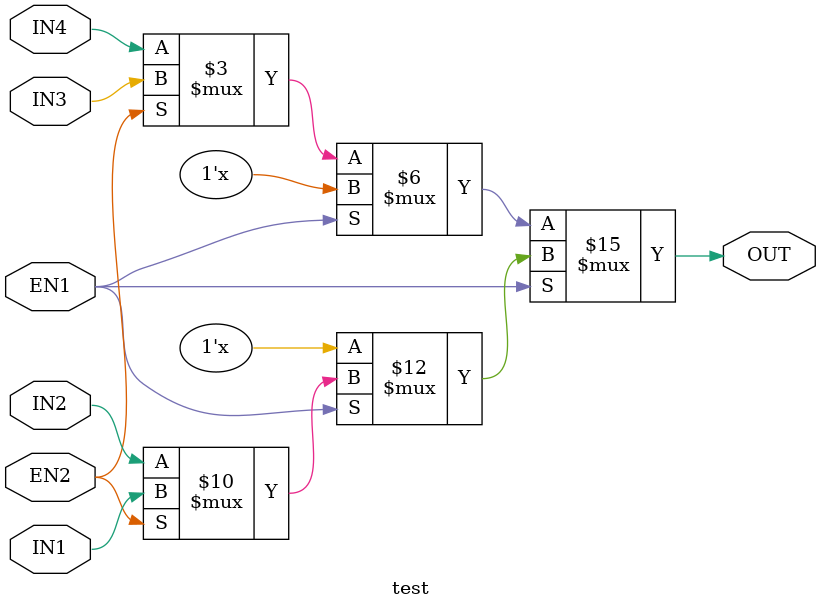
<source format=v>
module test(input IN1, IN2, IN3, IN4, EN1, EN2, output reg OUT);
always @(IN1 or IN2 or EN1 or EN2) begin
    if(EN1) begin
	    if(EN2)
		    OUT = IN1;
		else
		    OUT = IN2;
	end		
	else
	    if(EN2)
	        OUT = IN3;
		else
		    OUT = IN4;
end	
endmodule	

</source>
